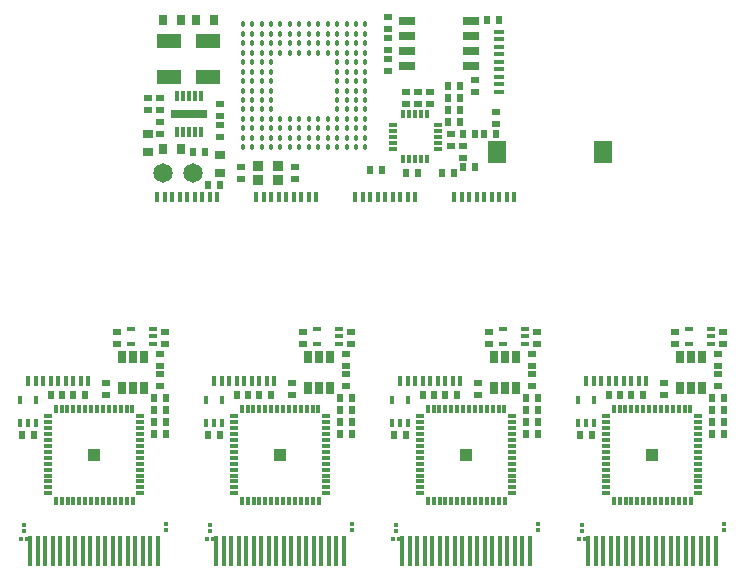
<source format=gts>
G04 (created by PCBNEW-RS274X (2010-03-14)-final) date Thu 13 Oct 2011 08:56:15 PM EDT*
G01*
G70*
G90*
%MOIN*%
G04 Gerber Fmt 3.4, Leading zero omitted, Abs format*
%FSLAX34Y34*%
G04 APERTURE LIST*
%ADD10C,0.001000*%
%ADD11R,0.012600X0.017700*%
%ADD12R,0.017700X0.012600*%
%ADD13R,0.021700X0.025600*%
%ADD14R,0.025600X0.021700*%
%ADD15R,0.025600X0.037400*%
%ADD16R,0.037400X0.025600*%
%ADD17R,0.084700X0.051200*%
%ADD18C,0.065000*%
%ADD19R,0.037400X0.033500*%
%ADD20R,0.061100X0.072900*%
%ADD21C,0.018000*%
%ADD22R,0.015000X0.102000*%
%ADD23R,0.015000X0.034000*%
%ADD24R,0.034000X0.015000*%
%ADD25R,0.012200X0.033500*%
%ADD26R,0.120100X0.031500*%
%ADD27R,0.025600X0.011800*%
%ADD28R,0.011800X0.025600*%
%ADD29R,0.027600X0.011800*%
%ADD30R,0.011800X0.027600*%
%ADD31R,0.041400X0.041400*%
%ADD32R,0.017700X0.025600*%
%ADD33R,0.025600X0.017700*%
%ADD34R,0.057100X0.029600*%
%ADD35R,0.025600X0.044000*%
G04 APERTURE END LIST*
G54D10*
G54D11*
X17552Y-01500D03*
X17748Y-01500D03*
G54D12*
X17650Y-01248D03*
X17650Y-01052D03*
X22400Y-01002D03*
X22400Y-01198D03*
G54D11*
X29952Y-01500D03*
X30148Y-01500D03*
G54D12*
X30050Y-01248D03*
X30050Y-01052D03*
X34800Y-01002D03*
X34800Y-01198D03*
G54D11*
X36152Y-01500D03*
X36348Y-01500D03*
G54D12*
X36250Y-01248D03*
X36250Y-01052D03*
X41000Y-01002D03*
X41000Y-01198D03*
G54D11*
X23752Y-01500D03*
X23948Y-01500D03*
G54D12*
X23850Y-01248D03*
X23850Y-01052D03*
X28600Y-01002D03*
X28600Y-01198D03*
G54D13*
X18553Y03300D03*
X18947Y03300D03*
G54D14*
X22350Y05397D03*
X22350Y05003D03*
G54D13*
X17997Y01950D03*
X17603Y01950D03*
G54D14*
X22200Y04647D03*
X22200Y04253D03*
X22200Y03603D03*
X22200Y03997D03*
X20750Y05003D03*
X20750Y05397D03*
X20400Y03303D03*
X20400Y03697D03*
G54D13*
X19303Y03300D03*
X19697Y03300D03*
X22003Y02000D03*
X22397Y02000D03*
X22003Y02800D03*
X22397Y02800D03*
X22003Y03200D03*
X22397Y03200D03*
X22003Y02400D03*
X22397Y02400D03*
X30953Y03300D03*
X31347Y03300D03*
G54D14*
X34750Y05397D03*
X34750Y05003D03*
G54D13*
X30397Y01950D03*
X30003Y01950D03*
G54D14*
X34600Y04647D03*
X34600Y04253D03*
X34600Y03603D03*
X34600Y03997D03*
X33150Y05003D03*
X33150Y05397D03*
X32800Y03303D03*
X32800Y03697D03*
G54D13*
X31703Y03300D03*
X32097Y03300D03*
X34403Y02000D03*
X34797Y02000D03*
X34403Y02800D03*
X34797Y02800D03*
X34403Y03200D03*
X34797Y03200D03*
X34403Y02400D03*
X34797Y02400D03*
X37153Y03300D03*
X37547Y03300D03*
G54D14*
X40950Y05397D03*
X40950Y05003D03*
G54D13*
X36597Y01950D03*
X36203Y01950D03*
G54D14*
X40800Y04647D03*
X40800Y04253D03*
X40800Y03603D03*
X40800Y03997D03*
X39350Y05003D03*
X39350Y05397D03*
X39000Y03303D03*
X39000Y03697D03*
G54D13*
X37903Y03300D03*
X38297Y03300D03*
X40603Y02000D03*
X40997Y02000D03*
X40603Y02800D03*
X40997Y02800D03*
X40603Y03200D03*
X40997Y03200D03*
X40603Y02400D03*
X40997Y02400D03*
X24753Y03300D03*
X25147Y03300D03*
G54D14*
X28550Y05397D03*
X28550Y05003D03*
G54D13*
X24197Y01950D03*
X23803Y01950D03*
G54D14*
X28400Y04647D03*
X28400Y04253D03*
X28400Y03603D03*
X28400Y03997D03*
X26950Y05003D03*
X26950Y05397D03*
X26600Y03303D03*
X26600Y03697D03*
G54D13*
X25503Y03300D03*
X25897Y03300D03*
X28203Y02000D03*
X28597Y02000D03*
X28203Y02800D03*
X28597Y02800D03*
X28203Y03200D03*
X28597Y03200D03*
X28203Y02400D03*
X28597Y02400D03*
G54D14*
X24900Y10897D03*
X24900Y10503D03*
X26700Y10503D03*
X26700Y10897D03*
X29800Y14103D03*
X29800Y14497D03*
X24200Y12603D03*
X24200Y12997D03*
X24200Y11903D03*
X24200Y12297D03*
X22200Y13197D03*
X22200Y12803D03*
X22200Y12397D03*
X22200Y12003D03*
X21800Y12803D03*
X21800Y13197D03*
G54D13*
X23303Y11400D03*
X23697Y11400D03*
G54D14*
X30400Y13003D03*
X30400Y13397D03*
X31200Y13003D03*
X31200Y13397D03*
G54D13*
X32697Y12000D03*
X32303Y12000D03*
G54D14*
X31900Y11997D03*
X31900Y11603D03*
X32300Y11203D03*
X32300Y11597D03*
G54D13*
X32697Y10900D03*
X32303Y10900D03*
X31603Y10700D03*
X31997Y10700D03*
X33003Y12000D03*
X33397Y12000D03*
G54D14*
X33388Y12326D03*
X33388Y12720D03*
G54D13*
X32197Y13600D03*
X31803Y13600D03*
X32197Y13200D03*
X31803Y13200D03*
X32197Y12800D03*
X31803Y12800D03*
X32197Y12400D03*
X31803Y12400D03*
X29203Y10800D03*
X29597Y10800D03*
G54D14*
X30800Y13397D03*
X30800Y13003D03*
G54D13*
X30797Y10700D03*
X30403Y10700D03*
G54D14*
X29800Y15197D03*
X29800Y14803D03*
X29800Y15897D03*
X29800Y15503D03*
X32700Y13797D03*
X32700Y13403D03*
G54D15*
X22895Y15800D03*
X22305Y15800D03*
X23405Y15800D03*
X23995Y15800D03*
X22305Y11500D03*
X22895Y11500D03*
G54D16*
X21800Y11995D03*
X21800Y11405D03*
G54D17*
X22500Y13900D03*
X22500Y15100D03*
X23800Y13900D03*
X23800Y15100D03*
G54D18*
X22300Y10700D03*
X23300Y10700D03*
G54D19*
X25475Y10454D03*
X26125Y10454D03*
X26125Y10946D03*
X25475Y10946D03*
G54D20*
X33429Y11400D03*
X36972Y11400D03*
G54D21*
X29047Y11553D03*
X28732Y11553D03*
X28417Y11553D03*
X28102Y11553D03*
X27787Y11553D03*
X27472Y11553D03*
X27157Y11553D03*
X26842Y11553D03*
X26527Y11553D03*
X26212Y11553D03*
X25897Y11553D03*
X25582Y11553D03*
X25267Y11553D03*
X24953Y11553D03*
X29047Y11868D03*
X28732Y11868D03*
X28417Y11868D03*
X28102Y11868D03*
X27787Y11868D03*
X27472Y11868D03*
X27157Y11868D03*
X26842Y11868D03*
X26527Y11868D03*
X26212Y11868D03*
X25897Y11868D03*
X25582Y11868D03*
X25267Y11868D03*
X24953Y11868D03*
X29047Y12183D03*
X28732Y12183D03*
X28417Y12183D03*
X28102Y12183D03*
X27787Y12183D03*
X27472Y12183D03*
X27157Y12183D03*
X26842Y12183D03*
X26527Y12183D03*
X26212Y12183D03*
X25897Y12183D03*
X25582Y12183D03*
X25267Y12183D03*
X24953Y12183D03*
X29047Y12498D03*
X28732Y12498D03*
X28417Y12498D03*
X28102Y12498D03*
X27787Y12498D03*
X27472Y12498D03*
X27157Y12498D03*
X26842Y12498D03*
X26527Y12498D03*
X26212Y12498D03*
X25897Y12498D03*
X25582Y12498D03*
X25267Y12498D03*
X24953Y12498D03*
X29047Y12813D03*
X28732Y12813D03*
X28417Y12813D03*
X28102Y12813D03*
X25897Y12813D03*
X25582Y12813D03*
X25267Y12813D03*
X24953Y12813D03*
X29047Y13128D03*
X28732Y13128D03*
X28417Y13128D03*
X28102Y13128D03*
X25897Y13128D03*
X25582Y13128D03*
X25267Y13128D03*
X24953Y13128D03*
X29047Y13443D03*
X28732Y13443D03*
X28417Y13443D03*
X28102Y13443D03*
X25897Y13443D03*
X25582Y13443D03*
X25267Y13443D03*
X24953Y13443D03*
X29047Y13758D03*
X28732Y13758D03*
X28417Y13758D03*
X28102Y13758D03*
X25897Y13758D03*
X25582Y13758D03*
X25267Y13758D03*
X24953Y13758D03*
X29047Y14073D03*
X28732Y14073D03*
X28417Y14073D03*
X28102Y14073D03*
X25897Y14073D03*
X25582Y14073D03*
X25267Y14073D03*
X24953Y14073D03*
X29047Y14388D03*
X28732Y14388D03*
X28417Y14388D03*
X28102Y14388D03*
X25897Y14388D03*
X25582Y14388D03*
X25267Y14388D03*
X24953Y14388D03*
X29047Y14703D03*
X28732Y14703D03*
X28417Y14703D03*
X28102Y14703D03*
X27787Y14703D03*
X27472Y14703D03*
X27157Y14703D03*
X26842Y14703D03*
X26527Y14703D03*
X26212Y14703D03*
X25897Y14703D03*
X25582Y14703D03*
X25267Y14703D03*
X24953Y14703D03*
X29047Y15018D03*
X28732Y15018D03*
X28417Y15018D03*
X28102Y15018D03*
X27787Y15018D03*
X27472Y15018D03*
X27157Y15018D03*
X26842Y15018D03*
X26527Y15018D03*
X26212Y15018D03*
X25897Y15018D03*
X25582Y15018D03*
X25267Y15018D03*
X24953Y15018D03*
X29047Y15333D03*
X28732Y15333D03*
X28417Y15333D03*
X28102Y15333D03*
X27787Y15333D03*
X27472Y15333D03*
X27157Y15333D03*
X26842Y15333D03*
X26527Y15333D03*
X26212Y15333D03*
X25897Y15333D03*
X25582Y15333D03*
X25267Y15333D03*
X24953Y15333D03*
X29047Y15647D03*
X28732Y15647D03*
X28417Y15647D03*
X28102Y15647D03*
X27787Y15647D03*
X27472Y15647D03*
X27157Y15647D03*
X26842Y15647D03*
X26527Y15647D03*
X26212Y15647D03*
X25897Y15647D03*
X25582Y15647D03*
X25267Y15647D03*
X24953Y15647D03*
G54D22*
X17875Y-01900D03*
X18125Y-01900D03*
X18375Y-01900D03*
X18625Y-01900D03*
X18875Y-01900D03*
X19125Y-01900D03*
X19375Y-01900D03*
X19625Y-01900D03*
X19875Y-01900D03*
X20125Y-01900D03*
X20375Y-01900D03*
X20625Y-01900D03*
X20875Y-01900D03*
X21125Y-01900D03*
X21375Y-01900D03*
X21625Y-01900D03*
X21875Y-01900D03*
X22125Y-01900D03*
X30275Y-01900D03*
X30525Y-01900D03*
X30775Y-01900D03*
X31025Y-01900D03*
X31275Y-01900D03*
X31525Y-01900D03*
X31775Y-01900D03*
X32025Y-01900D03*
X32275Y-01900D03*
X32525Y-01900D03*
X32775Y-01900D03*
X33025Y-01900D03*
X33275Y-01900D03*
X33525Y-01900D03*
X33775Y-01900D03*
X34025Y-01900D03*
X34275Y-01900D03*
X34525Y-01900D03*
X36475Y-01900D03*
X36725Y-01900D03*
X36975Y-01900D03*
X37225Y-01900D03*
X37475Y-01900D03*
X37725Y-01900D03*
X37975Y-01900D03*
X38225Y-01900D03*
X38475Y-01900D03*
X38725Y-01900D03*
X38975Y-01900D03*
X39225Y-01900D03*
X39475Y-01900D03*
X39725Y-01900D03*
X39975Y-01900D03*
X40225Y-01900D03*
X40475Y-01900D03*
X40725Y-01900D03*
X24075Y-01900D03*
X24325Y-01900D03*
X24575Y-01900D03*
X24825Y-01900D03*
X25075Y-01900D03*
X25325Y-01900D03*
X25575Y-01900D03*
X25825Y-01900D03*
X26075Y-01900D03*
X26325Y-01900D03*
X26575Y-01900D03*
X26825Y-01900D03*
X27075Y-01900D03*
X27325Y-01900D03*
X27575Y-01900D03*
X27825Y-01900D03*
X28075Y-01900D03*
X28325Y-01900D03*
G54D23*
X19800Y03750D03*
X19550Y03750D03*
X19300Y03750D03*
X19050Y03750D03*
X18800Y03750D03*
X18550Y03750D03*
X18300Y03750D03*
X18050Y03750D03*
X17800Y03750D03*
X22100Y09900D03*
X22350Y09900D03*
X22600Y09900D03*
X22850Y09900D03*
X23100Y09900D03*
X23350Y09900D03*
X23600Y09900D03*
X23850Y09900D03*
X24100Y09900D03*
X32200Y03750D03*
X31950Y03750D03*
X31700Y03750D03*
X31450Y03750D03*
X31200Y03750D03*
X30950Y03750D03*
X30700Y03750D03*
X30450Y03750D03*
X30200Y03750D03*
X28700Y09900D03*
X28950Y09900D03*
X29200Y09900D03*
X29450Y09900D03*
X29700Y09900D03*
X29950Y09900D03*
X30200Y09900D03*
X30450Y09900D03*
X30700Y09900D03*
X38400Y03750D03*
X38150Y03750D03*
X37900Y03750D03*
X37650Y03750D03*
X37400Y03750D03*
X37150Y03750D03*
X36900Y03750D03*
X36650Y03750D03*
X36400Y03750D03*
X32000Y09900D03*
X32250Y09900D03*
X32500Y09900D03*
X32750Y09900D03*
X33000Y09900D03*
X33250Y09900D03*
X33500Y09900D03*
X33750Y09900D03*
X34000Y09900D03*
X26000Y03750D03*
X25750Y03750D03*
X25500Y03750D03*
X25250Y03750D03*
X25000Y03750D03*
X24750Y03750D03*
X24500Y03750D03*
X24250Y03750D03*
X24000Y03750D03*
X25400Y09900D03*
X25650Y09900D03*
X25900Y09900D03*
X26150Y09900D03*
X26400Y09900D03*
X26650Y09900D03*
X26900Y09900D03*
X27150Y09900D03*
X27400Y09900D03*
G54D24*
X33500Y13400D03*
X33500Y13650D03*
X33500Y13900D03*
X33500Y14150D03*
X33500Y14400D03*
X33500Y14650D03*
X33500Y14900D03*
X33500Y15150D03*
X33500Y15400D03*
G54D25*
X22776Y12075D03*
X22973Y12075D03*
X23170Y12075D03*
X23367Y12075D03*
X23564Y12075D03*
X23564Y13257D03*
X23367Y13257D03*
X23170Y13257D03*
X22973Y13257D03*
X22776Y13257D03*
G54D26*
X23170Y12666D03*
G54D27*
X29952Y11900D03*
X29952Y12097D03*
X29952Y12294D03*
X29952Y11703D03*
X29952Y11506D03*
X31448Y12294D03*
X31448Y12097D03*
X31448Y11900D03*
X31448Y11703D03*
X31448Y11506D03*
G54D28*
X30700Y12648D03*
X30897Y12648D03*
X31094Y12648D03*
X30503Y12648D03*
X30306Y12648D03*
X30700Y11152D03*
X30897Y11152D03*
X31094Y11152D03*
X30503Y11152D03*
X30306Y11152D03*
G54D29*
X21545Y00020D03*
X21545Y00217D03*
X21545Y00414D03*
X21545Y00611D03*
X21545Y00808D03*
X21545Y01005D03*
X21545Y01202D03*
X21545Y01398D03*
X21545Y01595D03*
X21545Y01792D03*
X21545Y01989D03*
X21545Y02186D03*
X21545Y02383D03*
X21545Y02580D03*
X18455Y02580D03*
X18455Y02383D03*
X18455Y02186D03*
X18455Y01989D03*
X18455Y01792D03*
X18455Y01595D03*
X18455Y01398D03*
X18455Y01202D03*
X18455Y01005D03*
X18455Y00808D03*
X18455Y00611D03*
X18455Y00414D03*
X18455Y00217D03*
X18455Y00020D03*
G54D30*
X18918Y-00245D03*
X19115Y-00245D03*
X19312Y-00245D03*
X19509Y-00245D03*
X19706Y-00245D03*
X19903Y-00245D03*
X20100Y-00245D03*
X20296Y-00245D03*
X20493Y-00245D03*
X20690Y-00245D03*
X20887Y-00245D03*
X21084Y-00245D03*
X21281Y-00245D03*
X21279Y02845D03*
X21082Y02845D03*
X20885Y02845D03*
X20689Y02845D03*
X20492Y02845D03*
X20295Y02845D03*
X20098Y02845D03*
X19901Y02845D03*
X19704Y02845D03*
X19507Y02845D03*
X19311Y02845D03*
X19114Y02845D03*
X18917Y02845D03*
X18720Y02845D03*
X18721Y-00245D03*
G54D31*
X20000Y01300D03*
G54D29*
X33945Y00020D03*
X33945Y00217D03*
X33945Y00414D03*
X33945Y00611D03*
X33945Y00808D03*
X33945Y01005D03*
X33945Y01202D03*
X33945Y01398D03*
X33945Y01595D03*
X33945Y01792D03*
X33945Y01989D03*
X33945Y02186D03*
X33945Y02383D03*
X33945Y02580D03*
X30855Y02580D03*
X30855Y02383D03*
X30855Y02186D03*
X30855Y01989D03*
X30855Y01792D03*
X30855Y01595D03*
X30855Y01398D03*
X30855Y01202D03*
X30855Y01005D03*
X30855Y00808D03*
X30855Y00611D03*
X30855Y00414D03*
X30855Y00217D03*
X30855Y00020D03*
G54D30*
X31318Y-00245D03*
X31515Y-00245D03*
X31712Y-00245D03*
X31909Y-00245D03*
X32106Y-00245D03*
X32303Y-00245D03*
X32500Y-00245D03*
X32696Y-00245D03*
X32893Y-00245D03*
X33090Y-00245D03*
X33287Y-00245D03*
X33484Y-00245D03*
X33681Y-00245D03*
X33679Y02845D03*
X33482Y02845D03*
X33285Y02845D03*
X33089Y02845D03*
X32892Y02845D03*
X32695Y02845D03*
X32498Y02845D03*
X32301Y02845D03*
X32104Y02845D03*
X31907Y02845D03*
X31711Y02845D03*
X31514Y02845D03*
X31317Y02845D03*
X31120Y02845D03*
X31121Y-00245D03*
G54D31*
X32400Y01300D03*
G54D29*
X40145Y00020D03*
X40145Y00217D03*
X40145Y00414D03*
X40145Y00611D03*
X40145Y00808D03*
X40145Y01005D03*
X40145Y01202D03*
X40145Y01398D03*
X40145Y01595D03*
X40145Y01792D03*
X40145Y01989D03*
X40145Y02186D03*
X40145Y02383D03*
X40145Y02580D03*
X37055Y02580D03*
X37055Y02383D03*
X37055Y02186D03*
X37055Y01989D03*
X37055Y01792D03*
X37055Y01595D03*
X37055Y01398D03*
X37055Y01202D03*
X37055Y01005D03*
X37055Y00808D03*
X37055Y00611D03*
X37055Y00414D03*
X37055Y00217D03*
X37055Y00020D03*
G54D30*
X37518Y-00245D03*
X37715Y-00245D03*
X37912Y-00245D03*
X38109Y-00245D03*
X38306Y-00245D03*
X38503Y-00245D03*
X38700Y-00245D03*
X38896Y-00245D03*
X39093Y-00245D03*
X39290Y-00245D03*
X39487Y-00245D03*
X39684Y-00245D03*
X39881Y-00245D03*
X39879Y02845D03*
X39682Y02845D03*
X39485Y02845D03*
X39289Y02845D03*
X39092Y02845D03*
X38895Y02845D03*
X38698Y02845D03*
X38501Y02845D03*
X38304Y02845D03*
X38107Y02845D03*
X37911Y02845D03*
X37714Y02845D03*
X37517Y02845D03*
X37320Y02845D03*
X37321Y-00245D03*
G54D31*
X38600Y01300D03*
G54D29*
X27745Y00020D03*
X27745Y00217D03*
X27745Y00414D03*
X27745Y00611D03*
X27745Y00808D03*
X27745Y01005D03*
X27745Y01202D03*
X27745Y01398D03*
X27745Y01595D03*
X27745Y01792D03*
X27745Y01989D03*
X27745Y02186D03*
X27745Y02383D03*
X27745Y02580D03*
X24655Y02580D03*
X24655Y02383D03*
X24655Y02186D03*
X24655Y01989D03*
X24655Y01792D03*
X24655Y01595D03*
X24655Y01398D03*
X24655Y01202D03*
X24655Y01005D03*
X24655Y00808D03*
X24655Y00611D03*
X24655Y00414D03*
X24655Y00217D03*
X24655Y00020D03*
G54D30*
X25118Y-00245D03*
X25315Y-00245D03*
X25512Y-00245D03*
X25709Y-00245D03*
X25906Y-00245D03*
X26103Y-00245D03*
X26300Y-00245D03*
X26496Y-00245D03*
X26693Y-00245D03*
X26890Y-00245D03*
X27087Y-00245D03*
X27284Y-00245D03*
X27481Y-00245D03*
X27479Y02845D03*
X27282Y02845D03*
X27085Y02845D03*
X26889Y02845D03*
X26692Y02845D03*
X26495Y02845D03*
X26298Y02845D03*
X26101Y02845D03*
X25904Y02845D03*
X25707Y02845D03*
X25511Y02845D03*
X25314Y02845D03*
X25117Y02845D03*
X24920Y02845D03*
X24921Y-00245D03*
G54D31*
X26200Y01300D03*
G54D32*
X17544Y02376D03*
X17800Y02376D03*
X18056Y02376D03*
X18056Y03124D03*
X17544Y03124D03*
G54D33*
X21974Y04994D03*
X21974Y05250D03*
X21974Y05506D03*
X21226Y05506D03*
X21226Y04994D03*
G54D32*
X29944Y02376D03*
X30200Y02376D03*
X30456Y02376D03*
X30456Y03124D03*
X29944Y03124D03*
G54D33*
X34374Y04994D03*
X34374Y05250D03*
X34374Y05506D03*
X33626Y05506D03*
X33626Y04994D03*
G54D32*
X36144Y02376D03*
X36400Y02376D03*
X36656Y02376D03*
X36656Y03124D03*
X36144Y03124D03*
G54D33*
X40574Y04994D03*
X40574Y05250D03*
X40574Y05506D03*
X39826Y05506D03*
X39826Y04994D03*
G54D32*
X23744Y02376D03*
X24000Y02376D03*
X24256Y02376D03*
X24256Y03124D03*
X23744Y03124D03*
G54D33*
X28174Y04994D03*
X28174Y05250D03*
X28174Y05506D03*
X27426Y05506D03*
X27426Y04994D03*
G54D34*
X30437Y15750D03*
X30437Y15250D03*
X30437Y14750D03*
X30437Y14250D03*
X32563Y14250D03*
X32563Y14750D03*
X32563Y15250D03*
X32563Y15750D03*
G54D35*
X20926Y03538D03*
X21300Y03538D03*
X21674Y03538D03*
X21674Y04562D03*
X21300Y04562D03*
X20926Y04562D03*
X33326Y03538D03*
X33700Y03538D03*
X34074Y03538D03*
X34074Y04562D03*
X33700Y04562D03*
X33326Y04562D03*
X39526Y03538D03*
X39900Y03538D03*
X40274Y03538D03*
X40274Y04562D03*
X39900Y04562D03*
X39526Y04562D03*
X27126Y03538D03*
X27500Y03538D03*
X27874Y03538D03*
X27874Y04562D03*
X27500Y04562D03*
X27126Y04562D03*
G54D13*
X33497Y15800D03*
X33103Y15800D03*
X24197Y10300D03*
X23803Y10300D03*
G54D16*
X24200Y11295D03*
X24200Y10705D03*
M02*

</source>
